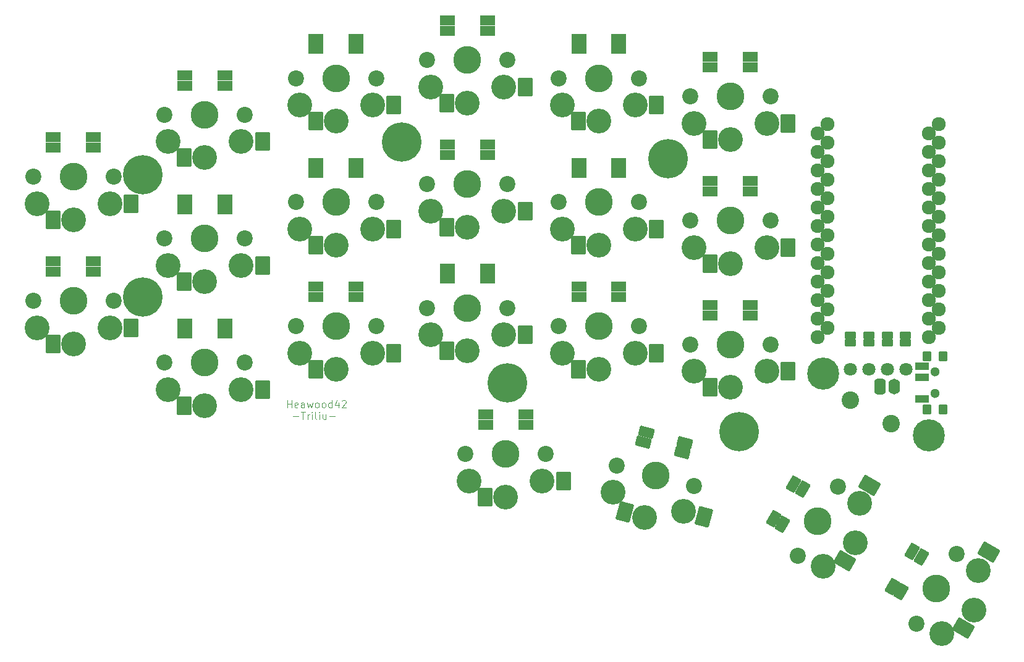
<source format=gbr>
G04 #@! TF.GenerationSoftware,KiCad,Pcbnew,7.0.8*
G04 #@! TF.CreationDate,2024-02-29T00:10:42-05:00*
G04 #@! TF.ProjectId,heawood4,68656177-6f6f-4643-942e-6b696361645f,1.0*
G04 #@! TF.SameCoordinates,Original*
G04 #@! TF.FileFunction,Soldermask,Top*
G04 #@! TF.FilePolarity,Negative*
%FSLAX46Y46*%
G04 Gerber Fmt 4.6, Leading zero omitted, Abs format (unit mm)*
G04 Created by KiCad (PCBNEW 7.0.8) date 2024-02-29 00:10:42*
%MOMM*%
%LPD*%
G01*
G04 APERTURE LIST*
G04 Aperture macros list*
%AMRoundRect*
0 Rectangle with rounded corners*
0 $1 Rounding radius*
0 $2 $3 $4 $5 $6 $7 $8 $9 X,Y pos of 4 corners*
0 Add a 4 corners polygon primitive as box body*
4,1,4,$2,$3,$4,$5,$6,$7,$8,$9,$2,$3,0*
0 Add four circle primitives for the rounded corners*
1,1,$1+$1,$2,$3*
1,1,$1+$1,$4,$5*
1,1,$1+$1,$6,$7*
1,1,$1+$1,$8,$9*
0 Add four rect primitives between the rounded corners*
20,1,$1+$1,$2,$3,$4,$5,0*
20,1,$1+$1,$4,$5,$6,$7,0*
20,1,$1+$1,$6,$7,$8,$9,0*
20,1,$1+$1,$8,$9,$2,$3,0*%
G04 Aperture macros list end*
%ADD10C,0.125000*%
%ADD11RoundRect,0.200000X0.850000X0.500000X-0.850000X0.500000X-0.850000X-0.500000X0.850000X-0.500000X0*%
%ADD12RoundRect,0.200000X0.950446X0.262967X-0.691627X0.702959X-0.950446X-0.262967X0.691627X-0.702959X0*%
%ADD13RoundRect,0.200000X-0.008013X0.986122X-0.858013X-0.486122X0.008013X-0.986122X0.858013X0.486122X0*%
%ADD14RoundRect,0.200000X0.400000X-0.500000X0.400000X0.500000X-0.400000X0.500000X-0.400000X-0.500000X0*%
%ADD15C,1.300000*%
%ADD16RoundRect,0.200000X0.750000X-0.350000X0.750000X0.350000X-0.750000X0.350000X-0.750000X-0.350000X0*%
%ADD17C,5.400000*%
%ADD18RoundRect,0.450000X-0.350000X-0.625000X0.350000X-0.625000X0.350000X0.625000X-0.350000X0.625000X0*%
%ADD19O,1.600000X2.150000*%
%ADD20C,2.200000*%
%ADD21C,3.400000*%
%ADD22C,3.800000*%
%ADD23RoundRect,0.200000X-0.552628X1.242820X-1.352628X-0.142820X0.552628X-1.242820X1.352628X0.142820X0*%
%ADD24RoundRect,0.200000X1.057442X0.855463X-0.488040X1.269574X-1.057442X-0.855463X0.488040X-1.269574X0*%
%ADD25RoundRect,0.200000X0.800000X1.100000X-0.800000X1.100000X-0.800000X-1.100000X0.800000X-1.100000X0*%
%ADD26RoundRect,0.200000X-0.571500X0.317500X-0.571500X-0.317500X0.571500X-0.317500X0.571500X0.317500X0*%
%ADD27C,1.924000*%
%ADD28C,2.400000*%
%ADD29C,1.797000*%
%ADD30C,4.400000*%
G04 APERTURE END LIST*
D10*
X104320331Y-117651119D02*
X104320331Y-116651119D01*
X104320331Y-117127309D02*
X104891759Y-117127309D01*
X104891759Y-117651119D02*
X104891759Y-116651119D01*
X105748902Y-117603500D02*
X105653664Y-117651119D01*
X105653664Y-117651119D02*
X105463188Y-117651119D01*
X105463188Y-117651119D02*
X105367950Y-117603500D01*
X105367950Y-117603500D02*
X105320331Y-117508261D01*
X105320331Y-117508261D02*
X105320331Y-117127309D01*
X105320331Y-117127309D02*
X105367950Y-117032071D01*
X105367950Y-117032071D02*
X105463188Y-116984452D01*
X105463188Y-116984452D02*
X105653664Y-116984452D01*
X105653664Y-116984452D02*
X105748902Y-117032071D01*
X105748902Y-117032071D02*
X105796521Y-117127309D01*
X105796521Y-117127309D02*
X105796521Y-117222547D01*
X105796521Y-117222547D02*
X105320331Y-117317785D01*
X106653664Y-117651119D02*
X106653664Y-117127309D01*
X106653664Y-117127309D02*
X106606045Y-117032071D01*
X106606045Y-117032071D02*
X106510807Y-116984452D01*
X106510807Y-116984452D02*
X106320331Y-116984452D01*
X106320331Y-116984452D02*
X106225093Y-117032071D01*
X106653664Y-117603500D02*
X106558426Y-117651119D01*
X106558426Y-117651119D02*
X106320331Y-117651119D01*
X106320331Y-117651119D02*
X106225093Y-117603500D01*
X106225093Y-117603500D02*
X106177474Y-117508261D01*
X106177474Y-117508261D02*
X106177474Y-117413023D01*
X106177474Y-117413023D02*
X106225093Y-117317785D01*
X106225093Y-117317785D02*
X106320331Y-117270166D01*
X106320331Y-117270166D02*
X106558426Y-117270166D01*
X106558426Y-117270166D02*
X106653664Y-117222547D01*
X107034617Y-116984452D02*
X107225093Y-117651119D01*
X107225093Y-117651119D02*
X107415569Y-117174928D01*
X107415569Y-117174928D02*
X107606045Y-117651119D01*
X107606045Y-117651119D02*
X107796521Y-116984452D01*
X108320331Y-117651119D02*
X108225093Y-117603500D01*
X108225093Y-117603500D02*
X108177474Y-117555880D01*
X108177474Y-117555880D02*
X108129855Y-117460642D01*
X108129855Y-117460642D02*
X108129855Y-117174928D01*
X108129855Y-117174928D02*
X108177474Y-117079690D01*
X108177474Y-117079690D02*
X108225093Y-117032071D01*
X108225093Y-117032071D02*
X108320331Y-116984452D01*
X108320331Y-116984452D02*
X108463188Y-116984452D01*
X108463188Y-116984452D02*
X108558426Y-117032071D01*
X108558426Y-117032071D02*
X108606045Y-117079690D01*
X108606045Y-117079690D02*
X108653664Y-117174928D01*
X108653664Y-117174928D02*
X108653664Y-117460642D01*
X108653664Y-117460642D02*
X108606045Y-117555880D01*
X108606045Y-117555880D02*
X108558426Y-117603500D01*
X108558426Y-117603500D02*
X108463188Y-117651119D01*
X108463188Y-117651119D02*
X108320331Y-117651119D01*
X109225093Y-117651119D02*
X109129855Y-117603500D01*
X109129855Y-117603500D02*
X109082236Y-117555880D01*
X109082236Y-117555880D02*
X109034617Y-117460642D01*
X109034617Y-117460642D02*
X109034617Y-117174928D01*
X109034617Y-117174928D02*
X109082236Y-117079690D01*
X109082236Y-117079690D02*
X109129855Y-117032071D01*
X109129855Y-117032071D02*
X109225093Y-116984452D01*
X109225093Y-116984452D02*
X109367950Y-116984452D01*
X109367950Y-116984452D02*
X109463188Y-117032071D01*
X109463188Y-117032071D02*
X109510807Y-117079690D01*
X109510807Y-117079690D02*
X109558426Y-117174928D01*
X109558426Y-117174928D02*
X109558426Y-117460642D01*
X109558426Y-117460642D02*
X109510807Y-117555880D01*
X109510807Y-117555880D02*
X109463188Y-117603500D01*
X109463188Y-117603500D02*
X109367950Y-117651119D01*
X109367950Y-117651119D02*
X109225093Y-117651119D01*
X110415569Y-117651119D02*
X110415569Y-116651119D01*
X110415569Y-117603500D02*
X110320331Y-117651119D01*
X110320331Y-117651119D02*
X110129855Y-117651119D01*
X110129855Y-117651119D02*
X110034617Y-117603500D01*
X110034617Y-117603500D02*
X109986998Y-117555880D01*
X109986998Y-117555880D02*
X109939379Y-117460642D01*
X109939379Y-117460642D02*
X109939379Y-117174928D01*
X109939379Y-117174928D02*
X109986998Y-117079690D01*
X109986998Y-117079690D02*
X110034617Y-117032071D01*
X110034617Y-117032071D02*
X110129855Y-116984452D01*
X110129855Y-116984452D02*
X110320331Y-116984452D01*
X110320331Y-116984452D02*
X110415569Y-117032071D01*
X111320331Y-116984452D02*
X111320331Y-117651119D01*
X111082236Y-116603500D02*
X110844141Y-117317785D01*
X110844141Y-117317785D02*
X111463188Y-117317785D01*
X111796522Y-116746357D02*
X111844141Y-116698738D01*
X111844141Y-116698738D02*
X111939379Y-116651119D01*
X111939379Y-116651119D02*
X112177474Y-116651119D01*
X112177474Y-116651119D02*
X112272712Y-116698738D01*
X112272712Y-116698738D02*
X112320331Y-116746357D01*
X112320331Y-116746357D02*
X112367950Y-116841595D01*
X112367950Y-116841595D02*
X112367950Y-116936833D01*
X112367950Y-116936833D02*
X112320331Y-117079690D01*
X112320331Y-117079690D02*
X111748903Y-117651119D01*
X111748903Y-117651119D02*
X112367950Y-117651119D01*
X105082236Y-118880166D02*
X105844141Y-118880166D01*
X106177474Y-118261119D02*
X106748902Y-118261119D01*
X106463188Y-119261119D02*
X106463188Y-118261119D01*
X107082236Y-119261119D02*
X107082236Y-118594452D01*
X107082236Y-118784928D02*
X107129855Y-118689690D01*
X107129855Y-118689690D02*
X107177474Y-118642071D01*
X107177474Y-118642071D02*
X107272712Y-118594452D01*
X107272712Y-118594452D02*
X107367950Y-118594452D01*
X107701284Y-119261119D02*
X107701284Y-118594452D01*
X107701284Y-118261119D02*
X107653665Y-118308738D01*
X107653665Y-118308738D02*
X107701284Y-118356357D01*
X107701284Y-118356357D02*
X107748903Y-118308738D01*
X107748903Y-118308738D02*
X107701284Y-118261119D01*
X107701284Y-118261119D02*
X107701284Y-118356357D01*
X108320331Y-119261119D02*
X108225093Y-119213500D01*
X108225093Y-119213500D02*
X108177474Y-119118261D01*
X108177474Y-119118261D02*
X108177474Y-118261119D01*
X108701284Y-119261119D02*
X108701284Y-118594452D01*
X108701284Y-118261119D02*
X108653665Y-118308738D01*
X108653665Y-118308738D02*
X108701284Y-118356357D01*
X108701284Y-118356357D02*
X108748903Y-118308738D01*
X108748903Y-118308738D02*
X108701284Y-118261119D01*
X108701284Y-118261119D02*
X108701284Y-118356357D01*
X109606045Y-118594452D02*
X109606045Y-119261119D01*
X109177474Y-118594452D02*
X109177474Y-119118261D01*
X109177474Y-119118261D02*
X109225093Y-119213500D01*
X109225093Y-119213500D02*
X109320331Y-119261119D01*
X109320331Y-119261119D02*
X109463188Y-119261119D01*
X109463188Y-119261119D02*
X109558426Y-119213500D01*
X109558426Y-119213500D02*
X109606045Y-119165880D01*
X110082236Y-118880166D02*
X110844141Y-118880166D01*
D11*
X108248325Y-85506814D03*
X108248325Y-84106814D03*
X113748325Y-84106814D03*
X113748325Y-85506814D03*
X162248325Y-88006814D03*
X162248325Y-86606814D03*
X167748325Y-86606814D03*
X167748325Y-88006814D03*
X90248325Y-107506814D03*
X90248325Y-106106814D03*
X95748325Y-106106814D03*
X95748325Y-107506814D03*
X108248325Y-68506814D03*
X108248325Y-67106814D03*
X113748325Y-67106814D03*
X113748325Y-68506814D03*
D12*
X153125599Y-122430693D03*
X153487945Y-121078396D03*
X158800537Y-122501901D03*
X158438191Y-123854197D03*
D13*
X172165962Y-133636427D03*
X170953526Y-132936427D03*
X173703526Y-128173288D03*
X174915962Y-128873288D03*
X188415962Y-142886427D03*
X187203526Y-142186427D03*
X189953526Y-137423288D03*
X191165962Y-138123288D03*
D11*
X90248325Y-73506814D03*
X90248325Y-72106814D03*
X95748325Y-72106814D03*
X95748325Y-73506814D03*
X126248325Y-66006814D03*
X126248325Y-64606814D03*
X131748325Y-64606814D03*
X131748325Y-66006814D03*
X144248325Y-68506814D03*
X144248325Y-67106814D03*
X149748325Y-67106814D03*
X149748325Y-68506814D03*
X162248325Y-71006814D03*
X162248325Y-69606814D03*
X167748325Y-69606814D03*
X167748325Y-71006814D03*
X72248325Y-99006814D03*
X72248325Y-97606814D03*
X77748325Y-97606814D03*
X77748325Y-99006814D03*
X90248325Y-90506814D03*
X90248325Y-89106814D03*
X95748325Y-89106814D03*
X95748325Y-90506814D03*
X126248325Y-83006814D03*
X126248325Y-81606814D03*
X131748325Y-81606814D03*
X131748325Y-83006814D03*
X144248325Y-85506814D03*
X144248325Y-84106814D03*
X149748325Y-84106814D03*
X149748325Y-85506814D03*
X131498325Y-120006814D03*
X131498325Y-118606814D03*
X136998325Y-118606814D03*
X136998325Y-120006814D03*
X108248325Y-102506814D03*
X108248325Y-101106814D03*
X113748325Y-101106814D03*
X113748325Y-102506814D03*
X126248325Y-100006814D03*
X126248325Y-98606814D03*
X131748325Y-98606814D03*
X131748325Y-100006814D03*
X144248325Y-102506814D03*
X144248325Y-101106814D03*
X149748325Y-101106814D03*
X149748325Y-102506814D03*
X162248325Y-105006814D03*
X162248325Y-103606814D03*
X167748325Y-103606814D03*
X167748325Y-105006814D03*
X72248325Y-82006814D03*
X72248325Y-80606814D03*
X77748325Y-80606814D03*
X77748325Y-82006814D03*
D14*
X191970000Y-117900000D03*
X194180000Y-117900000D03*
D15*
X193080000Y-115750000D03*
X193080000Y-112750000D03*
D14*
X191970000Y-110600000D03*
X194180000Y-110600000D03*
D16*
X191320000Y-116500000D03*
X191320000Y-113500000D03*
X191320000Y-112000000D03*
D17*
X134500000Y-114250000D03*
X84500000Y-102500000D03*
X166250000Y-121000032D03*
D18*
X185500000Y-114750000D03*
D19*
X187500000Y-114750000D03*
D20*
X179750000Y-128486860D03*
D21*
X182704294Y-130769873D03*
X182109550Y-136200000D03*
D22*
X177000000Y-133250000D03*
D21*
X177704294Y-139430127D03*
D20*
X174250000Y-138013140D03*
D23*
X184104294Y-128345002D03*
X180709550Y-138624871D03*
D20*
X160062592Y-128423505D03*
D21*
X158621999Y-131868021D03*
X153222968Y-132698962D03*
D22*
X154750000Y-127000000D03*
D21*
X148962740Y-129279830D03*
D20*
X149437408Y-125576495D03*
D24*
X161423184Y-132618596D03*
X150518375Y-131974269D03*
D20*
X80500000Y-86000000D03*
D21*
X80000000Y-89700000D03*
X75000000Y-91900000D03*
D22*
X75000000Y-86000000D03*
D21*
X70000000Y-89700000D03*
D20*
X69500000Y-86000000D03*
D25*
X82900000Y-89700000D03*
X72200000Y-91900000D03*
D20*
X98500000Y-77500000D03*
D21*
X98000000Y-81200000D03*
X93000000Y-83400000D03*
D22*
X93000000Y-77500000D03*
D21*
X88000000Y-81200000D03*
D20*
X87500000Y-77500000D03*
D25*
X100900000Y-81200000D03*
X90200000Y-83400000D03*
D20*
X116500000Y-72500000D03*
D21*
X116000000Y-76200000D03*
X111000000Y-78400000D03*
D22*
X111000000Y-72500000D03*
D21*
X106000000Y-76200000D03*
D20*
X105500000Y-72500000D03*
D25*
X118900000Y-76200000D03*
X108200000Y-78400000D03*
D20*
X134500000Y-70000000D03*
D21*
X134000000Y-73700000D03*
X129000000Y-75900000D03*
D22*
X129000000Y-70000000D03*
D21*
X124000000Y-73700000D03*
D20*
X123500000Y-70000000D03*
D25*
X136900000Y-73700000D03*
X126200000Y-75900000D03*
D20*
X152500000Y-72500000D03*
D21*
X152000000Y-76200000D03*
X147000000Y-78400000D03*
D22*
X147000000Y-72500000D03*
D21*
X142000000Y-76200000D03*
D20*
X141500000Y-72500000D03*
D25*
X154900000Y-76200000D03*
X144200000Y-78400000D03*
D20*
X170500000Y-75000000D03*
D21*
X170000000Y-78700000D03*
X165000000Y-80900000D03*
D22*
X165000000Y-75000000D03*
D21*
X160000000Y-78700000D03*
D20*
X159500000Y-75000000D03*
D25*
X172900000Y-78700000D03*
X162200000Y-80900000D03*
D20*
X80500000Y-103000000D03*
D21*
X80000000Y-106700000D03*
X75000000Y-108900000D03*
D22*
X75000000Y-103000000D03*
D21*
X70000000Y-106700000D03*
D20*
X69500000Y-103000000D03*
D25*
X82900000Y-106700000D03*
X72200000Y-108900000D03*
D20*
X98500000Y-94500000D03*
D21*
X98000000Y-98200000D03*
X93000000Y-100400000D03*
D22*
X93000000Y-94500000D03*
D21*
X88000000Y-98200000D03*
D20*
X87500000Y-94500000D03*
D25*
X100900000Y-98200000D03*
X90200000Y-100400000D03*
D20*
X116500000Y-89500000D03*
D21*
X116000000Y-93200000D03*
X111000000Y-95400000D03*
D22*
X111000000Y-89500000D03*
D21*
X106000000Y-93200000D03*
D20*
X105500000Y-89500000D03*
D25*
X118900000Y-93200000D03*
X108200000Y-95400000D03*
D20*
X134500000Y-87000000D03*
D21*
X134000000Y-90700000D03*
X129000000Y-92900000D03*
D22*
X129000000Y-87000000D03*
D21*
X124000000Y-90700000D03*
D20*
X123500000Y-87000000D03*
D25*
X136900000Y-90700000D03*
X126200000Y-92900000D03*
D20*
X152500000Y-89500000D03*
D21*
X152000000Y-93200000D03*
X147000000Y-95400000D03*
D22*
X147000000Y-89500000D03*
D21*
X142000000Y-93200000D03*
D20*
X141500000Y-89500000D03*
D25*
X154900000Y-93200000D03*
X144200000Y-95400000D03*
D20*
X170500000Y-92000000D03*
D21*
X170000000Y-95700000D03*
X165000000Y-97900000D03*
D22*
X165000000Y-92000000D03*
D21*
X160000000Y-95700000D03*
D20*
X159500000Y-92000000D03*
D25*
X172900000Y-95700000D03*
X162200000Y-97900000D03*
D20*
X139750000Y-124000000D03*
D21*
X139250000Y-127700000D03*
X134250000Y-129900000D03*
D22*
X134250000Y-124000000D03*
D21*
X129250000Y-127700000D03*
D20*
X128750000Y-124000000D03*
D25*
X142150000Y-127700000D03*
X131450000Y-129900000D03*
D20*
X98500000Y-111500000D03*
D21*
X98000000Y-115200000D03*
X93000000Y-117400000D03*
D22*
X93000000Y-111500000D03*
D21*
X88000000Y-115200000D03*
D20*
X87500000Y-111500000D03*
D25*
X100900000Y-115200000D03*
X90200000Y-117400000D03*
D20*
X116500000Y-106500000D03*
D21*
X116000000Y-110200000D03*
X111000000Y-112400000D03*
D22*
X111000000Y-106500000D03*
D21*
X106000000Y-110200000D03*
D20*
X105500000Y-106500000D03*
D25*
X118900000Y-110200000D03*
X108200000Y-112400000D03*
D20*
X134500000Y-104000000D03*
D21*
X134000000Y-107700000D03*
X129000000Y-109900000D03*
D22*
X129000000Y-104000000D03*
D21*
X124000000Y-107700000D03*
D20*
X123500000Y-104000000D03*
D25*
X136900000Y-107700000D03*
X126200000Y-109900000D03*
D20*
X152500000Y-106500000D03*
D21*
X152000000Y-110200000D03*
X147000000Y-112400000D03*
D22*
X147000000Y-106500000D03*
D21*
X142000000Y-110200000D03*
D20*
X141500000Y-106500000D03*
D25*
X154900000Y-110200000D03*
X144200000Y-112400000D03*
D20*
X170500000Y-109000000D03*
D21*
X170000000Y-112700000D03*
X165000000Y-114900000D03*
D22*
X165000000Y-109000000D03*
D21*
X160000000Y-112700000D03*
D20*
X159500000Y-109000000D03*
D25*
X172900000Y-112700000D03*
X162200000Y-114900000D03*
D26*
X189000500Y-107789620D03*
X189000500Y-108790380D03*
X186500500Y-107789620D03*
X186500500Y-108790380D03*
X184000500Y-107789620D03*
X184000500Y-108790380D03*
X181500500Y-107789620D03*
X181500500Y-108790380D03*
D27*
X178311900Y-78812000D03*
X178311900Y-81352000D03*
X178311900Y-83892000D03*
X178311900Y-86432000D03*
X178311900Y-88972000D03*
X178311900Y-91512000D03*
X178311900Y-94052000D03*
X178311900Y-96592000D03*
X178311900Y-99132000D03*
X178311900Y-101672000D03*
X178311900Y-104212000D03*
X178311900Y-106752000D03*
X193531900Y-106752000D03*
X193531900Y-104212000D03*
X193531900Y-101672000D03*
X193531900Y-99132000D03*
X193531900Y-96592000D03*
X193531900Y-94052000D03*
X193531900Y-91512000D03*
X193531900Y-88972000D03*
X193531900Y-86432000D03*
X193531900Y-83892000D03*
X193531900Y-81352000D03*
X193531900Y-78812000D03*
X176985500Y-80082000D03*
X176985500Y-82622000D03*
X176985500Y-85162000D03*
X176985500Y-87702000D03*
X176985500Y-90242000D03*
X176985500Y-92782000D03*
X176985500Y-95322000D03*
X176985500Y-97862000D03*
X176985500Y-100402000D03*
X176985500Y-102942000D03*
X176985500Y-105482000D03*
X176985500Y-108022000D03*
X192225500Y-108022000D03*
X192225500Y-105482000D03*
X192225500Y-102942000D03*
X192225500Y-100402000D03*
X192225500Y-97862000D03*
X192225500Y-95322000D03*
X192225500Y-92782000D03*
X192225500Y-90242000D03*
X192225500Y-87702000D03*
X192225500Y-85162000D03*
X192225500Y-82622000D03*
X192225500Y-80082000D03*
D28*
X187064583Y-119875000D03*
X181435417Y-116625000D03*
D29*
X181436893Y-112418328D03*
X183976893Y-112418328D03*
X186516893Y-112418328D03*
X189056893Y-112418328D03*
D20*
X196000000Y-137736860D03*
D21*
X198954294Y-140019873D03*
X198359550Y-145450000D03*
D22*
X193250000Y-142500000D03*
D21*
X193954294Y-148680127D03*
D20*
X190500000Y-147263140D03*
D23*
X200404294Y-137508399D03*
X196959550Y-147874871D03*
D30*
X192250000Y-121500000D03*
X177760000Y-113000000D03*
D17*
X120000000Y-81250000D03*
X84500000Y-85750000D03*
X156500000Y-83500000D03*
M02*

</source>
